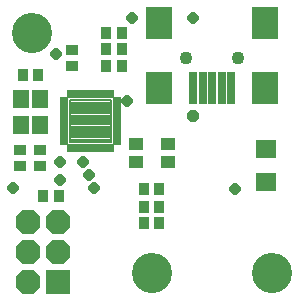
<source format=gts>
G75*
%MOIN*%
%OFA0B0*%
%FSLAX25Y25*%
%IPPOS*%
%LPD*%
%AMOC8*
5,1,8,0,0,1.08239X$1,22.5*
%
%ADD10C,0.13398*%
%ADD11C,0.00729*%
%ADD12R,0.02080X0.02965*%
%ADD13R,0.01981X0.02769*%
%ADD14R,0.02769X0.01981*%
%ADD15R,0.02965X0.02080*%
%ADD16R,0.04737X0.03950*%
%ADD17R,0.08200X0.08200*%
%ADD18OC8,0.08200*%
%ADD19R,0.03556X0.04343*%
%ADD20R,0.04343X0.03556*%
%ADD21R,0.07099X0.06312*%
%ADD22R,0.02769X0.10643*%
%ADD23R,0.08674X0.10643*%
%ADD24C,0.04343*%
%ADD25R,0.05328X0.06312*%
%ADD26OC8,0.03700*%
%ADD27OC8,0.04000*%
D10*
X0053400Y0013400D03*
X0093400Y0013400D03*
X0013400Y0093400D03*
D11*
X0025874Y0057074D02*
X0039726Y0057074D01*
X0025874Y0057074D02*
X0025874Y0070926D01*
X0039726Y0070926D01*
X0039726Y0057074D01*
X0039726Y0057802D02*
X0025874Y0057802D01*
X0025874Y0058530D02*
X0039726Y0058530D01*
X0039726Y0059258D02*
X0025874Y0059258D01*
X0025874Y0059986D02*
X0039726Y0059986D01*
X0039726Y0060714D02*
X0025874Y0060714D01*
X0025874Y0061442D02*
X0039726Y0061442D01*
X0039726Y0062170D02*
X0025874Y0062170D01*
X0025874Y0062898D02*
X0039726Y0062898D01*
X0039726Y0063626D02*
X0025874Y0063626D01*
X0025874Y0064354D02*
X0039726Y0064354D01*
X0039726Y0065082D02*
X0025874Y0065082D01*
X0025874Y0065810D02*
X0039726Y0065810D01*
X0039726Y0066538D02*
X0025874Y0066538D01*
X0025874Y0067266D02*
X0039726Y0067266D01*
X0039726Y0067994D02*
X0025874Y0067994D01*
X0025874Y0068722D02*
X0039726Y0068722D01*
X0039726Y0069450D02*
X0025874Y0069450D01*
X0025874Y0070178D02*
X0039726Y0070178D01*
X0039726Y0070906D02*
X0025874Y0070906D01*
D12*
X0027879Y0072858D03*
X0029847Y0072858D03*
X0031816Y0072858D03*
X0033784Y0072858D03*
X0035753Y0072858D03*
X0037721Y0072858D03*
X0037721Y0055142D03*
X0035753Y0055142D03*
X0033784Y0055142D03*
X0031816Y0055142D03*
X0029847Y0055142D03*
X0027879Y0055142D03*
D13*
X0025910Y0055024D03*
X0039690Y0055024D03*
X0039690Y0072976D03*
X0025910Y0072976D03*
D14*
X0023824Y0070890D03*
X0023824Y0057110D03*
X0041776Y0057110D03*
X0041776Y0070890D03*
D15*
X0041658Y0068921D03*
X0041658Y0066953D03*
X0041658Y0064984D03*
X0041658Y0063016D03*
X0041658Y0061047D03*
X0041658Y0059079D03*
X0023942Y0059079D03*
X0023942Y0061047D03*
X0023942Y0063016D03*
X0023942Y0064984D03*
X0023942Y0066953D03*
X0023942Y0068921D03*
D16*
X0047888Y0056353D03*
X0047888Y0050447D03*
X0058715Y0050447D03*
X0058715Y0056353D03*
D17*
X0021800Y0010200D03*
D18*
X0011800Y0010200D03*
X0011800Y0020200D03*
X0011800Y0030200D03*
X0021800Y0030200D03*
X0021800Y0020200D03*
D19*
X0022159Y0039100D03*
X0017041Y0039100D03*
X0050641Y0041200D03*
X0055759Y0041200D03*
X0055759Y0035500D03*
X0050641Y0035500D03*
X0050641Y0030100D03*
X0055759Y0030100D03*
X0015259Y0079300D03*
X0010141Y0079300D03*
X0038041Y0082300D03*
X0043159Y0082300D03*
X0043159Y0088000D03*
X0038041Y0088000D03*
X0038041Y0093400D03*
X0043159Y0093400D03*
D20*
X0026500Y0087559D03*
X0026500Y0082441D03*
X0016000Y0054259D03*
X0016000Y0049141D03*
X0009400Y0049141D03*
X0009400Y0054259D03*
D21*
X0091300Y0054812D03*
X0091300Y0043788D03*
D22*
X0079699Y0075157D03*
X0076550Y0075157D03*
X0073400Y0075157D03*
X0070250Y0075157D03*
X0067101Y0075157D03*
D23*
X0055683Y0075157D03*
X0055683Y0096811D03*
X0091117Y0096811D03*
X0091117Y0075157D03*
D24*
X0082061Y0085000D03*
X0064739Y0085000D03*
D25*
X0015999Y0071500D03*
X0009700Y0071500D03*
X0009700Y0062839D03*
X0015999Y0062839D03*
D26*
X0022600Y0050200D03*
X0022600Y0044200D03*
X0030400Y0050200D03*
X0032200Y0046000D03*
X0034000Y0041800D03*
X0007000Y0041800D03*
X0044800Y0070600D03*
X0021400Y0086200D03*
X0046600Y0098200D03*
X0067000Y0098200D03*
X0080800Y0041200D03*
D27*
X0067000Y0065800D03*
M02*

</source>
